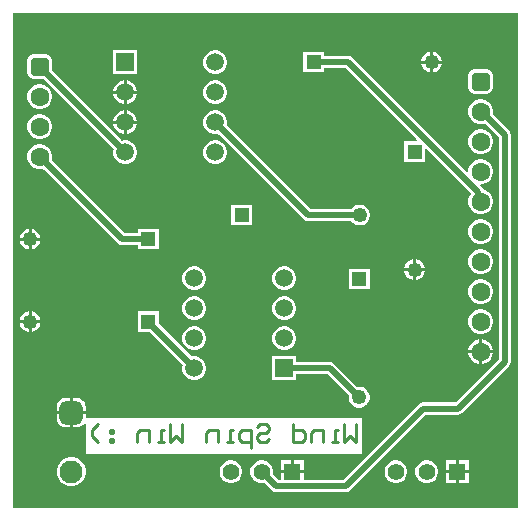
<source format=gbr>
%TF.GenerationSoftware,Altium Limited,Altium Designer,24.10.1 (45)*%
G04 Layer_Physical_Order=2*
G04 Layer_Color=16711680*
%FSLAX45Y45*%
%MOMM*%
%TF.SameCoordinates,5D496F93-7052-41A5-B1B5-48F2770EFFD0*%
%TF.FilePolarity,Positive*%
%TF.FileFunction,Copper,L2,Bot,Signal*%
%TF.Part,Single*%
G01*
G75*
%TA.AperFunction,Conductor*%
%ADD10C,0.50800*%
%TA.AperFunction,ComponentPad*%
%ADD11C,1.60000*%
G04:AMPARAMS|DCode=12|XSize=1.6mm|YSize=1.6mm|CornerRadius=0.4mm|HoleSize=0mm|Usage=FLASHONLY|Rotation=270.000|XOffset=0mm|YOffset=0mm|HoleType=Round|Shape=RoundedRectangle|*
%AMROUNDEDRECTD12*
21,1,1.60000,0.80000,0,0,270.0*
21,1,0.80000,1.60000,0,0,270.0*
1,1,0.80000,-0.40000,-0.40000*
1,1,0.80000,-0.40000,0.40000*
1,1,0.80000,0.40000,0.40000*
1,1,0.80000,0.40000,-0.40000*
%
%ADD12ROUNDEDRECTD12*%
G04:AMPARAMS|DCode=13|XSize=1.95mm|YSize=1.95mm|CornerRadius=0.4875mm|HoleSize=0mm|Usage=FLASHONLY|Rotation=270.000|XOffset=0mm|YOffset=0mm|HoleType=Round|Shape=RoundedRectangle|*
%AMROUNDEDRECTD13*
21,1,1.95000,0.97500,0,0,270.0*
21,1,0.97500,1.95000,0,0,270.0*
1,1,0.97500,-0.48750,-0.48750*
1,1,0.97500,-0.48750,0.48750*
1,1,0.97500,0.48750,0.48750*
1,1,0.97500,0.48750,-0.48750*
%
%ADD13ROUNDEDRECTD13*%
%ADD14C,1.95000*%
%ADD15R,1.25000X1.25000*%
%ADD16C,1.25000*%
%ADD17R,1.40000X1.40000*%
%ADD18C,1.40000*%
%ADD19C,1.50000*%
%ADD20R,1.50000X1.50000*%
%ADD21R,1.25000X1.25000*%
%TA.AperFunction,NonConductor*%
%ADD22C,0.25400*%
G36*
X4279900Y0D02*
X0D01*
Y4191000D01*
X4279900D01*
Y0D01*
D02*
G37*
%LPC*%
G36*
X3560700Y3859498D02*
Y3784600D01*
X3635598D01*
X3629910Y3805828D01*
X3618337Y3825872D01*
X3601972Y3842237D01*
X3581928Y3853810D01*
X3560700Y3859498D01*
D02*
G37*
G36*
X3535300D02*
X3514072Y3853810D01*
X3494028Y3842237D01*
X3477663Y3825872D01*
X3466090Y3805828D01*
X3460402Y3784600D01*
X3535300D01*
Y3859498D01*
D02*
G37*
G36*
X3635598Y3759200D02*
X3560700D01*
Y3684302D01*
X3581928Y3689990D01*
X3601972Y3701563D01*
X3618337Y3717928D01*
X3629910Y3737972D01*
X3635598Y3759200D01*
D02*
G37*
G36*
X3535300D02*
X3460402D01*
X3466090Y3737972D01*
X3477663Y3717928D01*
X3494028Y3701563D01*
X3514072Y3689990D01*
X3535300Y3684302D01*
Y3759200D01*
D02*
G37*
G36*
X1727718Y3872300D02*
X1701282D01*
X1675747Y3865458D01*
X1652853Y3852240D01*
X1634160Y3833547D01*
X1620942Y3810653D01*
X1614100Y3785118D01*
Y3758682D01*
X1620942Y3733147D01*
X1634160Y3710253D01*
X1652853Y3691560D01*
X1675747Y3678342D01*
X1701282Y3671500D01*
X1727718D01*
X1753253Y3678342D01*
X1776147Y3691560D01*
X1794840Y3710253D01*
X1808058Y3733147D01*
X1814900Y3758682D01*
Y3785118D01*
X1808058Y3810653D01*
X1794840Y3833547D01*
X1776147Y3852240D01*
X1753253Y3865458D01*
X1727718Y3872300D01*
D02*
G37*
G36*
X1052900D02*
X852100D01*
Y3671500D01*
X1052900D01*
Y3872300D01*
D02*
G37*
G36*
X965718Y3618300D02*
X965200D01*
Y3530600D01*
X1052900D01*
Y3531118D01*
X1046058Y3556653D01*
X1032840Y3579547D01*
X1014147Y3598240D01*
X991253Y3611458D01*
X965718Y3618300D01*
D02*
G37*
G36*
X939800D02*
X939282D01*
X913747Y3611458D01*
X890853Y3598240D01*
X872160Y3579547D01*
X858942Y3556653D01*
X852100Y3531118D01*
Y3530600D01*
X939800D01*
Y3618300D01*
D02*
G37*
G36*
X4002400Y3712764D02*
X3922400D01*
X3905327Y3710517D01*
X3889418Y3703927D01*
X3875756Y3693444D01*
X3865273Y3679782D01*
X3858683Y3663873D01*
X3856436Y3646800D01*
Y3566800D01*
X3858683Y3549727D01*
X3865273Y3533818D01*
X3875756Y3520156D01*
X3889418Y3509673D01*
X3905327Y3503083D01*
X3922400Y3500836D01*
X4002400D01*
X4019473Y3503083D01*
X4035382Y3509673D01*
X4049044Y3520156D01*
X4059527Y3533818D01*
X4066117Y3549727D01*
X4068364Y3566800D01*
Y3646800D01*
X4066117Y3663873D01*
X4059527Y3679782D01*
X4049044Y3693444D01*
X4035382Y3703927D01*
X4019473Y3710517D01*
X4002400Y3712764D01*
D02*
G37*
G36*
X1727718Y3618300D02*
X1701282D01*
X1675747Y3611458D01*
X1652853Y3598240D01*
X1634160Y3579547D01*
X1620942Y3556653D01*
X1614100Y3531118D01*
Y3504682D01*
X1620942Y3479147D01*
X1634160Y3456253D01*
X1652853Y3437560D01*
X1675747Y3424342D01*
X1701282Y3417500D01*
X1727718D01*
X1753253Y3424342D01*
X1776147Y3437560D01*
X1794840Y3456253D01*
X1808058Y3479147D01*
X1814900Y3504682D01*
Y3531118D01*
X1808058Y3556653D01*
X1794840Y3579547D01*
X1776147Y3598240D01*
X1753253Y3611458D01*
X1727718Y3618300D01*
D02*
G37*
G36*
X1052900Y3505200D02*
X965200D01*
Y3417500D01*
X965718D01*
X991253Y3424342D01*
X1014147Y3437560D01*
X1032840Y3456253D01*
X1046058Y3479147D01*
X1052900Y3504682D01*
Y3505200D01*
D02*
G37*
G36*
X939800D02*
X852100D01*
Y3504682D01*
X858942Y3479147D01*
X872160Y3456253D01*
X890853Y3437560D01*
X913747Y3424342D01*
X939282Y3417500D01*
X939800D01*
Y3505200D01*
D02*
G37*
G36*
X242476Y3585200D02*
X214724D01*
X187917Y3578017D01*
X163883Y3564141D01*
X144259Y3544517D01*
X130383Y3520483D01*
X123200Y3493676D01*
Y3465924D01*
X130383Y3439117D01*
X144259Y3415083D01*
X163883Y3395459D01*
X187917Y3381583D01*
X214724Y3374400D01*
X242476D01*
X269283Y3381583D01*
X293317Y3395459D01*
X312941Y3415083D01*
X326817Y3439117D01*
X334000Y3465924D01*
Y3493676D01*
X326817Y3520483D01*
X312941Y3544517D01*
X293317Y3564141D01*
X269283Y3578017D01*
X242476Y3585200D01*
D02*
G37*
G36*
X965718Y3364300D02*
X965200D01*
Y3276600D01*
X1052900D01*
Y3277118D01*
X1046058Y3302653D01*
X1032840Y3325547D01*
X1014147Y3344240D01*
X991253Y3357458D01*
X965718Y3364300D01*
D02*
G37*
G36*
X939800D02*
X939282D01*
X913747Y3357458D01*
X890853Y3344240D01*
X872160Y3325547D01*
X858942Y3302653D01*
X852100Y3277118D01*
Y3276600D01*
X939800D01*
Y3364300D01*
D02*
G37*
G36*
X1052900Y3251200D02*
X965200D01*
Y3163500D01*
X965718D01*
X991253Y3170342D01*
X1014147Y3183560D01*
X1032840Y3202253D01*
X1046058Y3225147D01*
X1052900Y3250682D01*
Y3251200D01*
D02*
G37*
G36*
X939800D02*
X852100D01*
Y3250682D01*
X858942Y3225147D01*
X872160Y3202253D01*
X890853Y3183560D01*
X913747Y3170342D01*
X939282Y3163500D01*
X939800D01*
Y3251200D01*
D02*
G37*
G36*
X242476Y3331200D02*
X214724D01*
X187917Y3324017D01*
X163883Y3310141D01*
X144259Y3290517D01*
X130383Y3266483D01*
X123200Y3239676D01*
Y3211924D01*
X130383Y3185117D01*
X144259Y3161083D01*
X163883Y3141459D01*
X187917Y3127583D01*
X214724Y3120400D01*
X242476D01*
X269283Y3127583D01*
X293317Y3141459D01*
X312941Y3161083D01*
X326817Y3185117D01*
X334000Y3211924D01*
Y3239676D01*
X326817Y3266483D01*
X312941Y3290517D01*
X293317Y3310141D01*
X269283Y3324017D01*
X242476Y3331200D01*
D02*
G37*
G36*
X3976276Y3204200D02*
X3948524D01*
X3921717Y3197017D01*
X3897683Y3183141D01*
X3878059Y3163517D01*
X3864183Y3139483D01*
X3857000Y3112676D01*
Y3084924D01*
X3864183Y3058117D01*
X3878059Y3034083D01*
X3897683Y3014459D01*
X3921717Y3000583D01*
X3948524Y2993400D01*
X3976276D01*
X4003083Y3000583D01*
X4027117Y3014459D01*
X4046741Y3034083D01*
X4060617Y3058117D01*
X4067800Y3084924D01*
Y3112676D01*
X4060617Y3139483D01*
X4046741Y3163517D01*
X4027117Y3183141D01*
X4003083Y3197017D01*
X3976276Y3204200D01*
D02*
G37*
G36*
X1727718Y3110300D02*
X1701282D01*
X1675747Y3103458D01*
X1652853Y3090240D01*
X1634160Y3071547D01*
X1620942Y3048653D01*
X1614100Y3023118D01*
Y2996682D01*
X1620942Y2971147D01*
X1634160Y2948253D01*
X1652853Y2929560D01*
X1675747Y2916342D01*
X1701282Y2909500D01*
X1727718D01*
X1753253Y2916342D01*
X1776147Y2929560D01*
X1794840Y2948253D01*
X1808058Y2971147D01*
X1814900Y2996682D01*
Y3023118D01*
X1808058Y3048653D01*
X1794840Y3071547D01*
X1776147Y3090240D01*
X1753253Y3103458D01*
X1727718Y3110300D01*
D02*
G37*
G36*
X268600Y3839764D02*
X188600D01*
X171527Y3837517D01*
X155618Y3830927D01*
X141956Y3820444D01*
X131473Y3806782D01*
X124883Y3790873D01*
X122636Y3773800D01*
Y3693800D01*
X124883Y3676727D01*
X131473Y3660818D01*
X141956Y3647156D01*
X155618Y3636673D01*
X171527Y3630083D01*
X188600Y3627836D01*
X261315D01*
X855044Y3034106D01*
X852100Y3023118D01*
Y2996682D01*
X858942Y2971147D01*
X872160Y2948253D01*
X890853Y2929560D01*
X913747Y2916342D01*
X939282Y2909500D01*
X965718D01*
X991253Y2916342D01*
X1014147Y2929560D01*
X1032840Y2948253D01*
X1046058Y2971147D01*
X1052900Y2996682D01*
Y3023118D01*
X1046058Y3048653D01*
X1032840Y3071547D01*
X1014147Y3090240D01*
X991253Y3103458D01*
X965718Y3110300D01*
X939282D01*
X928294Y3107356D01*
X334564Y3701085D01*
Y3773800D01*
X332317Y3790873D01*
X325727Y3806782D01*
X315244Y3820444D01*
X301582Y3830927D01*
X285673Y3837517D01*
X268600Y3839764D01*
D02*
G37*
G36*
X2635900Y3859800D02*
X2460100D01*
Y3684000D01*
X2635900D01*
Y3720105D01*
X2821688D01*
X3427559Y3114233D01*
X3422699Y3102500D01*
X3315700D01*
Y2926700D01*
X3491500D01*
Y3033699D01*
X3503233Y3038559D01*
X3882167Y2659625D01*
X3878059Y2655517D01*
X3864183Y2631483D01*
X3857000Y2604676D01*
Y2576924D01*
X3864183Y2550117D01*
X3878059Y2526083D01*
X3897683Y2506459D01*
X3921717Y2492583D01*
X3948524Y2485400D01*
X3976276D01*
X4003083Y2492583D01*
X4027117Y2506459D01*
X4046741Y2526083D01*
X4060617Y2550117D01*
X4067800Y2576924D01*
Y2604676D01*
X4060617Y2631483D01*
X4046741Y2655517D01*
X4027117Y2675141D01*
X4003083Y2689017D01*
X3989497Y2692657D01*
X3989358Y2693357D01*
X3978130Y2710161D01*
X3960625Y2727667D01*
X3965485Y2739400D01*
X3976276D01*
X4003083Y2746583D01*
X4027117Y2760459D01*
X4046741Y2780083D01*
X4060617Y2804117D01*
X4067800Y2830924D01*
Y2858676D01*
X4060617Y2885483D01*
X4046741Y2909517D01*
X4027117Y2929141D01*
X4003083Y2943017D01*
X3976276Y2950200D01*
X3948524D01*
X3921717Y2943017D01*
X3897683Y2929141D01*
X3878059Y2909517D01*
X3864183Y2885483D01*
X3857000Y2858676D01*
Y2847885D01*
X3845267Y2843025D01*
X2879767Y3808525D01*
X2862963Y3819753D01*
X2843142Y3823695D01*
X2635900D01*
Y3859800D01*
D02*
G37*
G36*
X1727718Y3364300D02*
X1701282D01*
X1675747Y3357458D01*
X1652853Y3344240D01*
X1634160Y3325547D01*
X1620942Y3302653D01*
X1614100Y3277118D01*
Y3250682D01*
X1620942Y3225147D01*
X1634160Y3202253D01*
X1652853Y3183560D01*
X1675747Y3170342D01*
X1701282Y3163500D01*
X1727718D01*
X1738706Y3166444D01*
X2465275Y2439875D01*
X2482079Y2428647D01*
X2501900Y2424705D01*
X2866806D01*
X2868063Y2422528D01*
X2884428Y2406163D01*
X2904472Y2394590D01*
X2926828Y2388600D01*
X2949972D01*
X2972328Y2394590D01*
X2992372Y2406163D01*
X3008737Y2422528D01*
X3020310Y2442572D01*
X3026300Y2464928D01*
Y2488072D01*
X3020310Y2510428D01*
X3008737Y2530472D01*
X2992372Y2546837D01*
X2972328Y2558410D01*
X2949972Y2564400D01*
X2926828D01*
X2904472Y2558410D01*
X2884428Y2546837D01*
X2868063Y2530472D01*
X2866806Y2528295D01*
X2523354D01*
X1811956Y3239694D01*
X1814900Y3250682D01*
Y3277118D01*
X1808058Y3302653D01*
X1794840Y3325547D01*
X1776147Y3344240D01*
X1753253Y3357458D01*
X1727718Y3364300D01*
D02*
G37*
G36*
X2026300Y2564400D02*
X1850500D01*
Y2388600D01*
X2026300D01*
Y2564400D01*
D02*
G37*
G36*
X160400Y2360898D02*
Y2286000D01*
X235298D01*
X229610Y2307228D01*
X218037Y2327272D01*
X201672Y2343637D01*
X181628Y2355210D01*
X160400Y2360898D01*
D02*
G37*
G36*
X135000D02*
X113772Y2355210D01*
X93728Y2343637D01*
X77363Y2327272D01*
X65790Y2307228D01*
X60102Y2286000D01*
X135000D01*
Y2360898D01*
D02*
G37*
G36*
X3976276Y2442200D02*
X3948524D01*
X3921717Y2435017D01*
X3897683Y2421141D01*
X3878059Y2401517D01*
X3864183Y2377483D01*
X3857000Y2350676D01*
Y2322924D01*
X3864183Y2296117D01*
X3878059Y2272083D01*
X3897683Y2252459D01*
X3921717Y2238583D01*
X3948524Y2231400D01*
X3976276D01*
X4003083Y2238583D01*
X4027117Y2252459D01*
X4046741Y2272083D01*
X4060617Y2296117D01*
X4067800Y2322924D01*
Y2350676D01*
X4060617Y2377483D01*
X4046741Y2401517D01*
X4027117Y2421141D01*
X4003083Y2435017D01*
X3976276Y2442200D01*
D02*
G37*
G36*
X235298Y2260600D02*
X160400D01*
Y2185702D01*
X181628Y2191390D01*
X201672Y2202963D01*
X218037Y2219328D01*
X229610Y2239372D01*
X235298Y2260600D01*
D02*
G37*
G36*
X135000D02*
X60102D01*
X65790Y2239372D01*
X77363Y2219328D01*
X93728Y2202963D01*
X113772Y2191390D01*
X135000Y2185702D01*
Y2260600D01*
D02*
G37*
G36*
X242476Y3077200D02*
X214724D01*
X187917Y3070017D01*
X163883Y3056141D01*
X144259Y3036517D01*
X130383Y3012483D01*
X123200Y2985676D01*
Y2957924D01*
X130383Y2931117D01*
X144259Y2907083D01*
X163883Y2887459D01*
X187917Y2873583D01*
X214724Y2866400D01*
X242476D01*
X256888Y2870262D01*
X890475Y2236675D01*
X907279Y2225447D01*
X927100Y2221505D01*
X1059800D01*
Y2185400D01*
X1235600D01*
Y2361200D01*
X1059800D01*
Y2325095D01*
X948554D01*
X330138Y2943512D01*
X334000Y2957924D01*
Y2985676D01*
X326817Y3012483D01*
X312941Y3036517D01*
X293317Y3056141D01*
X269283Y3070017D01*
X242476Y3077200D01*
D02*
G37*
G36*
X3416300Y2102198D02*
Y2027300D01*
X3491198D01*
X3485510Y2048528D01*
X3473937Y2068572D01*
X3457572Y2084937D01*
X3437528Y2096510D01*
X3416300Y2102198D01*
D02*
G37*
G36*
X3390900D02*
X3369672Y2096510D01*
X3349628Y2084937D01*
X3333263Y2068572D01*
X3321690Y2048528D01*
X3316002Y2027300D01*
X3390900D01*
Y2102198D01*
D02*
G37*
G36*
X3976276Y2188200D02*
X3948524D01*
X3921717Y2181017D01*
X3897683Y2167141D01*
X3878059Y2147517D01*
X3864183Y2123483D01*
X3857000Y2096676D01*
Y2068924D01*
X3864183Y2042117D01*
X3878059Y2018083D01*
X3897683Y1998459D01*
X3921717Y1984583D01*
X3948524Y1977400D01*
X3976276D01*
X4003083Y1984583D01*
X4027117Y1998459D01*
X4046741Y2018083D01*
X4060617Y2042117D01*
X4067800Y2068924D01*
Y2096676D01*
X4060617Y2123483D01*
X4046741Y2147517D01*
X4027117Y2167141D01*
X4003083Y2181017D01*
X3976276Y2188200D01*
D02*
G37*
G36*
X3491198Y2001900D02*
X3416300D01*
Y1927002D01*
X3437528Y1932690D01*
X3457572Y1944263D01*
X3473937Y1960628D01*
X3485510Y1980672D01*
X3491198Y2001900D01*
D02*
G37*
G36*
X3390900D02*
X3316002D01*
X3321690Y1980672D01*
X3333263Y1960628D01*
X3349628Y1944263D01*
X3369672Y1932690D01*
X3390900Y1927002D01*
Y2001900D01*
D02*
G37*
G36*
X3021600Y2023000D02*
X2845800D01*
Y1847200D01*
X3021600D01*
Y2023000D01*
D02*
G37*
G36*
X2311918Y2043500D02*
X2285482D01*
X2259947Y2036658D01*
X2237053Y2023440D01*
X2218360Y2004747D01*
X2205142Y1981853D01*
X2198300Y1956318D01*
Y1929882D01*
X2205142Y1904347D01*
X2218360Y1881453D01*
X2237053Y1862760D01*
X2259947Y1849542D01*
X2285482Y1842700D01*
X2311918D01*
X2337453Y1849542D01*
X2360347Y1862760D01*
X2379040Y1881453D01*
X2392258Y1904347D01*
X2399100Y1929882D01*
Y1956318D01*
X2392258Y1981853D01*
X2379040Y2004747D01*
X2360347Y2023440D01*
X2337453Y2036658D01*
X2311918Y2043500D01*
D02*
G37*
G36*
X1549918D02*
X1523482D01*
X1497947Y2036658D01*
X1475053Y2023440D01*
X1456360Y2004747D01*
X1443142Y1981853D01*
X1436300Y1956318D01*
Y1929882D01*
X1443142Y1904347D01*
X1456360Y1881453D01*
X1475053Y1862760D01*
X1497947Y1849542D01*
X1523482Y1842700D01*
X1549918D01*
X1575453Y1849542D01*
X1598347Y1862760D01*
X1617040Y1881453D01*
X1630258Y1904347D01*
X1637100Y1929882D01*
Y1956318D01*
X1630258Y1981853D01*
X1617040Y2004747D01*
X1598347Y2023440D01*
X1575453Y2036658D01*
X1549918Y2043500D01*
D02*
G37*
G36*
X3976276Y1934200D02*
X3948524D01*
X3921717Y1927017D01*
X3897683Y1913141D01*
X3878059Y1893517D01*
X3864183Y1869483D01*
X3857000Y1842676D01*
Y1814924D01*
X3864183Y1788117D01*
X3878059Y1764083D01*
X3897683Y1744459D01*
X3921717Y1730583D01*
X3948524Y1723400D01*
X3976276D01*
X4003083Y1730583D01*
X4027117Y1744459D01*
X4046741Y1764083D01*
X4060617Y1788117D01*
X4067800Y1814924D01*
Y1842676D01*
X4060617Y1869483D01*
X4046741Y1893517D01*
X4027117Y1913141D01*
X4003083Y1927017D01*
X3976276Y1934200D01*
D02*
G37*
G36*
X2311918Y1789500D02*
X2285482D01*
X2259947Y1782658D01*
X2237053Y1769440D01*
X2218360Y1750747D01*
X2205142Y1727853D01*
X2198300Y1702318D01*
Y1675882D01*
X2205142Y1650347D01*
X2218360Y1627453D01*
X2237053Y1608760D01*
X2259947Y1595542D01*
X2285482Y1588700D01*
X2311918D01*
X2337453Y1595542D01*
X2360347Y1608760D01*
X2379040Y1627453D01*
X2392258Y1650347D01*
X2399100Y1675882D01*
Y1702318D01*
X2392258Y1727853D01*
X2379040Y1750747D01*
X2360347Y1769440D01*
X2337453Y1782658D01*
X2311918Y1789500D01*
D02*
G37*
G36*
X1549918D02*
X1523482D01*
X1497947Y1782658D01*
X1475053Y1769440D01*
X1456360Y1750747D01*
X1443142Y1727853D01*
X1436300Y1702318D01*
Y1675882D01*
X1443142Y1650347D01*
X1456360Y1627453D01*
X1475053Y1608760D01*
X1497947Y1595542D01*
X1523482Y1588700D01*
X1549918D01*
X1575453Y1595542D01*
X1598347Y1608760D01*
X1617040Y1627453D01*
X1630258Y1650347D01*
X1637100Y1675882D01*
Y1702318D01*
X1630258Y1727853D01*
X1617040Y1750747D01*
X1598347Y1769440D01*
X1575453Y1782658D01*
X1549918Y1789500D01*
D02*
G37*
G36*
X160400Y1662398D02*
Y1587500D01*
X235298D01*
X229610Y1608728D01*
X218037Y1628772D01*
X201672Y1645137D01*
X181628Y1656710D01*
X160400Y1662398D01*
D02*
G37*
G36*
X135000D02*
X113772Y1656710D01*
X93728Y1645137D01*
X77363Y1628772D01*
X65790Y1608728D01*
X60102Y1587500D01*
X135000D01*
Y1662398D01*
D02*
G37*
G36*
X235298Y1562100D02*
X160400D01*
Y1487202D01*
X181628Y1492890D01*
X201672Y1504463D01*
X218037Y1520828D01*
X229610Y1540872D01*
X235298Y1562100D01*
D02*
G37*
G36*
X135000D02*
X60102D01*
X65790Y1540872D01*
X77363Y1520828D01*
X93728Y1504463D01*
X113772Y1492890D01*
X135000Y1487202D01*
Y1562100D01*
D02*
G37*
G36*
X3976276Y1680200D02*
X3948524D01*
X3921717Y1673017D01*
X3897683Y1659141D01*
X3878059Y1639517D01*
X3864183Y1615483D01*
X3857000Y1588676D01*
Y1560924D01*
X3864183Y1534117D01*
X3878059Y1510083D01*
X3897683Y1490459D01*
X3921717Y1476583D01*
X3948524Y1469400D01*
X3976276D01*
X4003083Y1476583D01*
X4027117Y1490459D01*
X4046741Y1510083D01*
X4060617Y1534117D01*
X4067800Y1560924D01*
Y1588676D01*
X4060617Y1615483D01*
X4046741Y1639517D01*
X4027117Y1659141D01*
X4003083Y1673017D01*
X3976276Y1680200D01*
D02*
G37*
G36*
X2311918Y1535500D02*
X2285482D01*
X2259947Y1528658D01*
X2237053Y1515440D01*
X2218360Y1496747D01*
X2205142Y1473853D01*
X2198300Y1448318D01*
Y1421882D01*
X2205142Y1396347D01*
X2218360Y1373453D01*
X2237053Y1354760D01*
X2259947Y1341542D01*
X2285482Y1334700D01*
X2311918D01*
X2337453Y1341542D01*
X2360347Y1354760D01*
X2379040Y1373453D01*
X2392258Y1396347D01*
X2399100Y1421882D01*
Y1448318D01*
X2392258Y1473853D01*
X2379040Y1496747D01*
X2360347Y1515440D01*
X2337453Y1528658D01*
X2311918Y1535500D01*
D02*
G37*
G36*
X1549918D02*
X1523482D01*
X1497947Y1528658D01*
X1475053Y1515440D01*
X1456360Y1496747D01*
X1443142Y1473853D01*
X1436300Y1448318D01*
Y1421882D01*
X1443142Y1396347D01*
X1456360Y1373453D01*
X1475053Y1354760D01*
X1497947Y1341542D01*
X1523482Y1334700D01*
X1549918D01*
X1575453Y1341542D01*
X1598347Y1354760D01*
X1617040Y1373453D01*
X1630258Y1396347D01*
X1637100Y1421882D01*
Y1448318D01*
X1630258Y1473853D01*
X1617040Y1496747D01*
X1598347Y1515440D01*
X1575453Y1528658D01*
X1549918Y1535500D01*
D02*
G37*
G36*
X3976276Y1426200D02*
X3975100D01*
Y1333500D01*
X4067800D01*
Y1334676D01*
X4060617Y1361483D01*
X4046741Y1385517D01*
X4027117Y1405141D01*
X4003083Y1419017D01*
X3976276Y1426200D01*
D02*
G37*
G36*
X3949700D02*
X3948524D01*
X3921717Y1419017D01*
X3897683Y1405141D01*
X3878059Y1385517D01*
X3864183Y1361483D01*
X3857000Y1334676D01*
Y1333500D01*
X3949700D01*
Y1426200D01*
D02*
G37*
G36*
X4067800Y1308100D02*
X3975100D01*
Y1215400D01*
X3976276D01*
X4003083Y1222583D01*
X4027117Y1236459D01*
X4046741Y1256083D01*
X4060617Y1280117D01*
X4067800Y1306924D01*
Y1308100D01*
D02*
G37*
G36*
X3949700D02*
X3857000D01*
Y1306924D01*
X3864183Y1280117D01*
X3878059Y1256083D01*
X3897683Y1236459D01*
X3921717Y1222583D01*
X3948524Y1215400D01*
X3949700D01*
Y1308100D01*
D02*
G37*
G36*
X1235600Y1662700D02*
X1059800D01*
Y1486900D01*
X1162350D01*
X1440238Y1209013D01*
X1436300Y1194318D01*
Y1167882D01*
X1443142Y1142347D01*
X1456360Y1119453D01*
X1475053Y1100760D01*
X1497947Y1087542D01*
X1523482Y1080700D01*
X1549918D01*
X1575453Y1087542D01*
X1598347Y1100760D01*
X1617040Y1119453D01*
X1630258Y1142347D01*
X1637100Y1167882D01*
Y1194318D01*
X1630258Y1219853D01*
X1617040Y1242747D01*
X1598347Y1261440D01*
X1575453Y1274658D01*
X1549918Y1281500D01*
X1523482D01*
X1516201Y1279549D01*
X1235600Y1560150D01*
Y1662700D01*
D02*
G37*
G36*
X2399100Y1281500D02*
X2198300D01*
Y1080700D01*
X2399100D01*
Y1129305D01*
X2666246D01*
X2846450Y949100D01*
X2845800Y946672D01*
Y923528D01*
X2851790Y901172D01*
X2863363Y881128D01*
X2879728Y864763D01*
X2899772Y853190D01*
X2922128Y847200D01*
X2945272D01*
X2967628Y853190D01*
X2987672Y864763D01*
X3004037Y881128D01*
X3015610Y901172D01*
X3021600Y923528D01*
Y946672D01*
X3015610Y969028D01*
X3004037Y989072D01*
X2987672Y1005437D01*
X2967628Y1017010D01*
X2945272Y1023000D01*
X2922128D01*
X2919700Y1022349D01*
X2724325Y1217725D01*
X2707521Y1228953D01*
X2687700Y1232895D01*
X2399100D01*
Y1281500D01*
D02*
G37*
G36*
X544050Y928339D02*
X508000D01*
Y817499D01*
X618840D01*
Y853549D01*
X616291Y872906D01*
X608820Y890944D01*
X596934Y906433D01*
X581445Y918319D01*
X563407Y925790D01*
X544050Y928339D01*
D02*
G37*
G36*
X482600D02*
X446550D01*
X427193Y925790D01*
X409155Y918319D01*
X393666Y906433D01*
X381780Y890944D01*
X374309Y872906D01*
X371760Y853549D01*
Y817499D01*
X482600D01*
Y928339D01*
D02*
G37*
G36*
Y792099D02*
X371760D01*
Y756049D01*
X374309Y736692D01*
X381780Y718654D01*
X393666Y703165D01*
X409155Y691279D01*
X427193Y683808D01*
X446550Y681259D01*
X482600D01*
Y792099D01*
D02*
G37*
G36*
X618840D02*
X508000D01*
Y681259D01*
X544050D01*
X563407Y683808D01*
X581445Y691279D01*
X596934Y703165D01*
X608820Y718654D01*
X610323Y722284D01*
X623023Y719757D01*
Y457200D01*
X2959100D01*
Y761934D01*
X631540D01*
X623023Y761934D01*
X618840Y772901D01*
Y792099D01*
D02*
G37*
G36*
X3860600Y400200D02*
X3777900D01*
Y317500D01*
X3860600D01*
Y400200D01*
D02*
G37*
G36*
X2463600D02*
X2380900D01*
Y317500D01*
X2463600D01*
Y400200D01*
D02*
G37*
G36*
X3752500D02*
X3669800D01*
Y317500D01*
X3752500D01*
Y400200D01*
D02*
G37*
G36*
X2355500D02*
X2272800D01*
Y317500D01*
X2355500D01*
Y400200D01*
D02*
G37*
G36*
X3976276Y3458200D02*
X3948524D01*
X3921717Y3451017D01*
X3897683Y3437141D01*
X3878059Y3417517D01*
X3864183Y3393483D01*
X3857000Y3366676D01*
Y3338924D01*
X3864183Y3312117D01*
X3878059Y3288083D01*
X3897683Y3268459D01*
X3921717Y3254583D01*
X3948524Y3247400D01*
X3976276D01*
X3997268Y3253025D01*
X4113805Y3136488D01*
Y1253354D01*
X3750446Y889995D01*
X3475442D01*
X3455621Y886053D01*
X3438817Y874825D01*
X2799787Y235795D01*
X2463600D01*
Y292100D01*
X2368200D01*
X2272800D01*
Y235795D01*
X2250454D01*
X2201573Y284676D01*
X2203600Y292240D01*
Y317360D01*
X2197098Y341623D01*
X2184539Y363377D01*
X2166777Y381139D01*
X2145023Y393698D01*
X2120760Y400200D01*
X2095640D01*
X2071377Y393698D01*
X2049623Y381139D01*
X2031861Y363377D01*
X2019302Y341623D01*
X2012800Y317360D01*
Y292240D01*
X2019302Y267977D01*
X2031861Y246223D01*
X2049623Y228461D01*
X2071377Y215902D01*
X2095640Y209400D01*
X2120760D01*
X2128324Y211427D01*
X2192375Y147375D01*
X2209179Y136147D01*
X2229000Y132205D01*
X2821242D01*
X2841063Y136147D01*
X2857867Y147375D01*
X3496896Y786405D01*
X3771900D01*
X3791721Y790347D01*
X3808525Y801575D01*
X4202225Y1195275D01*
X4213453Y1212079D01*
X4217395Y1231900D01*
Y3157942D01*
X4213453Y3177763D01*
X4202225Y3194567D01*
X4065701Y3331090D01*
X4067800Y3338924D01*
Y3366676D01*
X4060617Y3393483D01*
X4046741Y3417517D01*
X4027117Y3437141D01*
X4003083Y3451017D01*
X3976276Y3458200D01*
D02*
G37*
G36*
X3860600Y292100D02*
X3777900D01*
Y209400D01*
X3860600D01*
Y292100D01*
D02*
G37*
G36*
X3752500D02*
X3669800D01*
Y209400D01*
X3752500D01*
Y292100D01*
D02*
G37*
G36*
X3517760Y400200D02*
X3492640D01*
X3468377Y393698D01*
X3446623Y381139D01*
X3428861Y363377D01*
X3416302Y341623D01*
X3409800Y317360D01*
Y292240D01*
X3416302Y267977D01*
X3428861Y246223D01*
X3446623Y228461D01*
X3468377Y215902D01*
X3492640Y209400D01*
X3517760D01*
X3542023Y215902D01*
X3563777Y228461D01*
X3581539Y246223D01*
X3594098Y267977D01*
X3600600Y292240D01*
Y317360D01*
X3594098Y341623D01*
X3581539Y363377D01*
X3563777Y381139D01*
X3542023Y393698D01*
X3517760Y400200D01*
D02*
G37*
G36*
X3257760D02*
X3232640D01*
X3208377Y393698D01*
X3186623Y381139D01*
X3168861Y363377D01*
X3156302Y341623D01*
X3149800Y317360D01*
Y292240D01*
X3156302Y267977D01*
X3168861Y246223D01*
X3186623Y228461D01*
X3208377Y215902D01*
X3232640Y209400D01*
X3257760D01*
X3282023Y215902D01*
X3303777Y228461D01*
X3321539Y246223D01*
X3334098Y267977D01*
X3340600Y292240D01*
Y317360D01*
X3334098Y341623D01*
X3321539Y363377D01*
X3303777Y381139D01*
X3282023Y393698D01*
X3257760Y400200D01*
D02*
G37*
G36*
X1860760D02*
X1835640D01*
X1811377Y393698D01*
X1789623Y381139D01*
X1771861Y363377D01*
X1759302Y341623D01*
X1752800Y317360D01*
Y292240D01*
X1759302Y267977D01*
X1771861Y246223D01*
X1789623Y228461D01*
X1811377Y215902D01*
X1835640Y209400D01*
X1860760D01*
X1885023Y215902D01*
X1906777Y228461D01*
X1924539Y246223D01*
X1937098Y267977D01*
X1943600Y292240D01*
Y317360D01*
X1937098Y341623D01*
X1924539Y363377D01*
X1906777Y381139D01*
X1885023Y393698D01*
X1860760Y400200D01*
D02*
G37*
G36*
X511480Y427700D02*
X479120D01*
X447862Y419325D01*
X419838Y403144D01*
X396956Y380262D01*
X380775Y352238D01*
X372400Y320980D01*
Y288620D01*
X380775Y257362D01*
X396956Y229338D01*
X419838Y206456D01*
X447862Y190275D01*
X479120Y181900D01*
X511480D01*
X542738Y190275D01*
X570762Y206456D01*
X593644Y229338D01*
X609825Y257362D01*
X618200Y288620D01*
Y320980D01*
X609825Y352238D01*
X593644Y380262D01*
X570762Y403144D01*
X542738Y419325D01*
X511480Y427700D01*
D02*
G37*
%LPD*%
D10*
X3962400Y3352800D02*
X3970742D01*
X4165600Y3157942D01*
Y1231900D02*
Y3157942D01*
X3771900Y838200D02*
X4165600Y1231900D01*
X3475442Y838200D02*
X3771900D01*
X2821242Y184000D02*
X3475442Y838200D01*
X2229000Y184000D02*
X2821242D01*
X2108200Y304800D02*
X2229000Y184000D01*
X2687700Y1181100D02*
X2933700Y935100D01*
X2298700Y1181100D02*
X2687700D01*
X927100Y2273300D02*
X1147700D01*
X228600Y2971800D02*
X927100Y2273300D01*
X228600Y3733800D02*
X952500Y3009900D01*
X1536700Y1181100D02*
Y1185800D01*
X1147700Y1574800D02*
X1536700Y1185800D01*
X2843142Y3771900D02*
X3941506Y2673536D01*
Y2611694D02*
X3962400Y2590800D01*
X2548000Y3771900D02*
X2843142D01*
X3941506Y2611694D02*
Y2673536D01*
X2501900Y2476500D02*
X2938400D01*
X1714500Y3263900D02*
X2501900Y2476500D01*
X3954499Y3606800D02*
X3962400D01*
D11*
X228600Y2971800D02*
D03*
Y3225800D02*
D03*
Y3479800D02*
D03*
X3962400Y1828800D02*
D03*
Y2082800D02*
D03*
Y2590800D02*
D03*
Y3098800D02*
D03*
Y3352800D02*
D03*
Y2844800D02*
D03*
Y2336800D02*
D03*
Y1574800D02*
D03*
Y1320800D02*
D03*
D12*
X228600Y3733800D02*
D03*
X3962400Y3606800D02*
D03*
D13*
X495300Y804799D02*
D03*
D14*
Y304800D02*
D03*
D15*
X1147700Y2273300D02*
D03*
X1938400Y2476500D02*
D03*
X2548000Y3771900D02*
D03*
X1147700Y1574800D02*
D03*
D16*
X147700Y2273300D02*
D03*
X2938400Y2476500D02*
D03*
X2933700Y935100D02*
D03*
X3548000Y3771900D02*
D03*
X147700Y1574800D02*
D03*
X3403600Y2014600D02*
D03*
D17*
X3765200Y304800D02*
D03*
X2368200D02*
D03*
D18*
X3245200D02*
D03*
X3505200D02*
D03*
X1848200D02*
D03*
X2108200D02*
D03*
D19*
X1536700Y1943100D02*
D03*
Y1689100D02*
D03*
Y1435100D02*
D03*
Y1181100D02*
D03*
X2298700Y1943100D02*
D03*
Y1689100D02*
D03*
Y1435100D02*
D03*
X1714500Y3009900D02*
D03*
Y3263900D02*
D03*
Y3517900D02*
D03*
Y3771900D02*
D03*
X952500Y3009900D02*
D03*
Y3263900D02*
D03*
Y3517900D02*
D03*
D20*
X2298700Y1181100D02*
D03*
X952500Y3771900D02*
D03*
D21*
X2933700Y1935100D02*
D03*
X3403600Y3014600D02*
D03*
D22*
X2908300Y711134D02*
Y558783D01*
X2857517Y609567D01*
X2806733Y558783D01*
Y711134D01*
X2755949Y558783D02*
X2705166D01*
X2730557D01*
Y660351D01*
X2755949D01*
X2628990Y558783D02*
Y660351D01*
X2552815D01*
X2527423Y634959D01*
Y558783D01*
X2375072Y711134D02*
Y558783D01*
X2451248D01*
X2476640Y584175D01*
Y634959D01*
X2451248Y660351D01*
X2375072D01*
X2070371Y685742D02*
X2095763Y711134D01*
X2146546D01*
X2171938Y685742D01*
Y660351D01*
X2146546Y634959D01*
X2095763D01*
X2070371Y609567D01*
Y584175D01*
X2095763Y558783D01*
X2146546D01*
X2171938Y584175D01*
X2019588Y508000D02*
Y660351D01*
X1943412D01*
X1918020Y634959D01*
Y584175D01*
X1943412Y558783D01*
X2019588D01*
X1867237D02*
X1816453D01*
X1841845D01*
Y660351D01*
X1867237D01*
X1740278Y558783D02*
Y660351D01*
X1664103D01*
X1638711Y634959D01*
Y558783D01*
X1435577Y711134D02*
Y558783D01*
X1384793Y609567D01*
X1334009Y558783D01*
Y711134D01*
X1283226Y558783D02*
X1232442D01*
X1257834D01*
Y660351D01*
X1283226D01*
X1156267Y558783D02*
Y660351D01*
X1080092D01*
X1054700Y634959D01*
Y558783D01*
X851565Y660351D02*
X826174D01*
Y634959D01*
X851565D01*
Y660351D01*
Y584175D02*
X826174D01*
Y558783D01*
X851565D01*
Y584175D01*
X724607Y558783D02*
X673823Y609567D01*
Y660351D01*
X724607Y711134D01*
%TF.MD5,0da5250b021e18884a3d94ee7ee4b0c1*%
M02*

</source>
